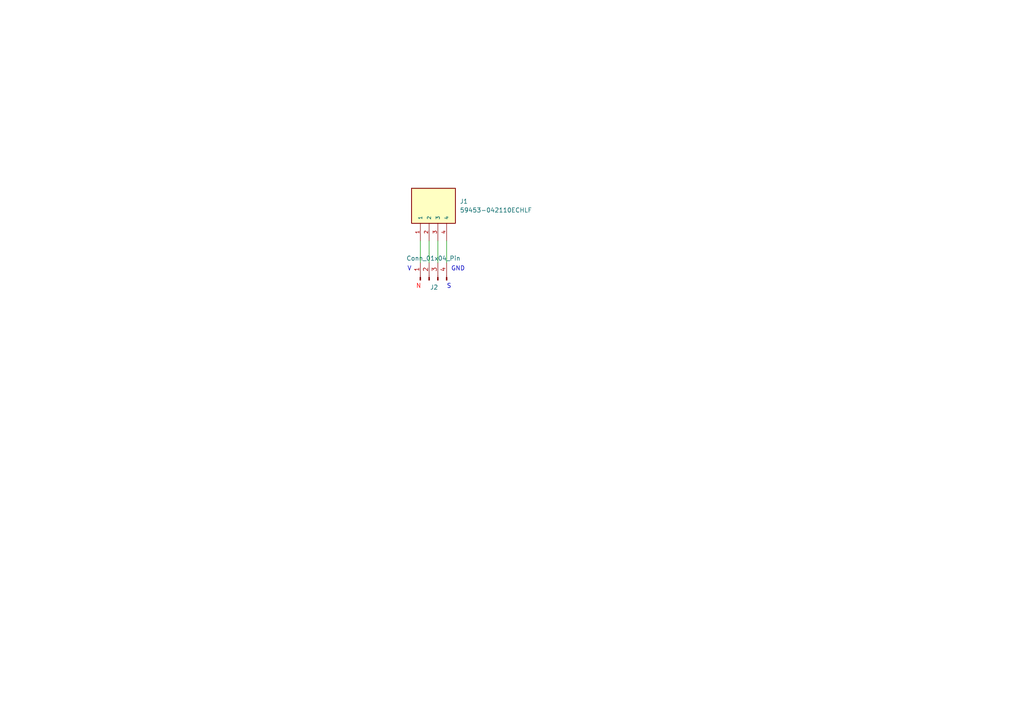
<source format=kicad_sch>
(kicad_sch (version 20230121) (generator eeschema)

  (uuid e2925b64-570f-4017-9c42-691fcefe0c64)

  (paper "A4")

  (title_block
    (title "R.I.O Watch v1")
    (date "2024-06-19")
    (company "Akhilesh Warty")
  )

  (lib_symbols
    (symbol "Connector:59453-042110ECHLF" (pin_names (offset 1.016)) (in_bom yes) (on_board yes)
      (property "Reference" "J" (at -5.08 7.62 0)
        (effects (font (size 1.27 1.27)) (justify left top))
      )
      (property "Value" "59453-042110ECHLF" (at -5.08 -10.16 0)
        (effects (font (size 1.27 1.27)) (justify left bottom))
      )
      (property "Footprint" "Connector:AMPHENOL_59453-042110ECHLF" (at 0 0 0)
        (effects (font (size 1.27 1.27)) (justify bottom) hide)
      )
      (property "Datasheet" "" (at 0 0 0)
        (effects (font (size 1.27 1.27)) hide)
      )
      (property "DigiKey_Part_Number" "609-59453-042110ECHLFTR-ND" (at 0 0 0)
        (effects (font (size 1.27 1.27)) (justify bottom) hide)
      )
      (property "SnapEDA_Link" "https://www.snapeda.com/parts/59453-042110ECHLF/Amphenol/view-part/?ref=snap" (at 0 0 0)
        (effects (font (size 1.27 1.27)) (justify bottom) hide)
      )
      (property "MAXIMUM_PACKAGE_HEIGHT" "3mm" (at 0 0 0)
        (effects (font (size 1.27 1.27)) (justify bottom) hide)
      )
      (property "Package" "None" (at 0 0 0)
        (effects (font (size 1.27 1.27)) (justify bottom) hide)
      )
      (property "Check_prices" "https://www.snapeda.com/parts/59453-042110ECHLF/Amphenol/view-part/?ref=eda" (at 0 0 0)
        (effects (font (size 1.27 1.27)) (justify bottom) hide)
      )
      (property "STANDARD" "Manufacturer Recommendations" (at 0 0 0)
        (effects (font (size 1.27 1.27)) (justify bottom) hide)
      )
      (property "PARTREV" "A" (at 0 0 0)
        (effects (font (size 1.27 1.27)) (justify bottom) hide)
      )
      (property "MF" "AMPHENOL ICC / FCI" (at 0 0 0)
        (effects (font (size 1.27 1.27)) (justify bottom) hide)
      )
      (property "MP" "59453-042110ECHLF" (at 0 0 0)
        (effects (font (size 1.27 1.27)) (justify bottom) hide)
      )
      (property "Description" "\n0.50mm Flex Connectors, FPC/FFC Side Entry ZIF Connector, Surface Mount, 4 Positions, Top Contact, 0.50mm (0.020in) Pitch.\n" (at 0 0 0)
        (effects (font (size 1.27 1.27)) (justify bottom) hide)
      )
      (property "MANUFACTURER" "Amphenol" (at 0 0 0)
        (effects (font (size 1.27 1.27)) (justify bottom) hide)
      )
      (property "SNAPEDA_PN" "59453-042110ECHLF" (at 0 0 0)
        (effects (font (size 1.27 1.27)) (justify bottom) hide)
      )
      (symbol "59453-042110ECHLF_0_0"
        (rectangle (start -5.08 -7.62) (end 5.08 5.08)
          (stroke (width 0.254) (type default))
          (fill (type background))
        )
        (pin passive line (at -10.16 2.54 0) (length 5.08)
          (name "1" (effects (font (size 1.016 1.016))))
          (number "1" (effects (font (size 1.016 1.016))))
        )
        (pin passive line (at -10.16 0 0) (length 5.08)
          (name "2" (effects (font (size 1.016 1.016))))
          (number "2" (effects (font (size 1.016 1.016))))
        )
        (pin passive line (at -10.16 -2.54 0) (length 5.08)
          (name "3" (effects (font (size 1.016 1.016))))
          (number "3" (effects (font (size 1.016 1.016))))
        )
        (pin passive line (at -10.16 -5.08 0) (length 5.08)
          (name "4" (effects (font (size 1.016 1.016))))
          (number "4" (effects (font (size 1.016 1.016))))
        )
      )
    )
    (symbol "Connector:Conn_01x04_Pin" (pin_names (offset 1.016) hide) (in_bom yes) (on_board yes)
      (property "Reference" "J" (at 0 5.08 0)
        (effects (font (size 1.27 1.27)))
      )
      (property "Value" "Conn_01x04_Pin" (at 0 -7.62 0)
        (effects (font (size 1.27 1.27)))
      )
      (property "Footprint" "" (at 0 0 0)
        (effects (font (size 1.27 1.27)) hide)
      )
      (property "Datasheet" "~" (at 0 0 0)
        (effects (font (size 1.27 1.27)) hide)
      )
      (property "ki_locked" "" (at 0 0 0)
        (effects (font (size 1.27 1.27)))
      )
      (property "ki_keywords" "connector" (at 0 0 0)
        (effects (font (size 1.27 1.27)) hide)
      )
      (property "ki_description" "Generic connector, single row, 01x04, script generated" (at 0 0 0)
        (effects (font (size 1.27 1.27)) hide)
      )
      (property "ki_fp_filters" "Connector*:*_1x??_*" (at 0 0 0)
        (effects (font (size 1.27 1.27)) hide)
      )
      (symbol "Conn_01x04_Pin_1_1"
        (polyline
          (pts
            (xy 1.27 -5.08)
            (xy 0.8636 -5.08)
          )
          (stroke (width 0.1524) (type default))
          (fill (type none))
        )
        (polyline
          (pts
            (xy 1.27 -2.54)
            (xy 0.8636 -2.54)
          )
          (stroke (width 0.1524) (type default))
          (fill (type none))
        )
        (polyline
          (pts
            (xy 1.27 0)
            (xy 0.8636 0)
          )
          (stroke (width 0.1524) (type default))
          (fill (type none))
        )
        (polyline
          (pts
            (xy 1.27 2.54)
            (xy 0.8636 2.54)
          )
          (stroke (width 0.1524) (type default))
          (fill (type none))
        )
        (rectangle (start 0.8636 -4.953) (end 0 -5.207)
          (stroke (width 0.1524) (type default))
          (fill (type outline))
        )
        (rectangle (start 0.8636 -2.413) (end 0 -2.667)
          (stroke (width 0.1524) (type default))
          (fill (type outline))
        )
        (rectangle (start 0.8636 0.127) (end 0 -0.127)
          (stroke (width 0.1524) (type default))
          (fill (type outline))
        )
        (rectangle (start 0.8636 2.667) (end 0 2.413)
          (stroke (width 0.1524) (type default))
          (fill (type outline))
        )
        (pin passive line (at 5.08 2.54 180) (length 3.81)
          (name "Pin_1" (effects (font (size 1.27 1.27))))
          (number "1" (effects (font (size 1.27 1.27))))
        )
        (pin passive line (at 5.08 0 180) (length 3.81)
          (name "Pin_2" (effects (font (size 1.27 1.27))))
          (number "2" (effects (font (size 1.27 1.27))))
        )
        (pin passive line (at 5.08 -2.54 180) (length 3.81)
          (name "Pin_3" (effects (font (size 1.27 1.27))))
          (number "3" (effects (font (size 1.27 1.27))))
        )
        (pin passive line (at 5.08 -5.08 180) (length 3.81)
          (name "Pin_4" (effects (font (size 1.27 1.27))))
          (number "4" (effects (font (size 1.27 1.27))))
        )
      )
    )
  )


  (wire (pts (xy 129.54 69.85) (xy 129.54 76.2))
    (stroke (width 0) (type default))
    (uuid 0230b760-dec6-4f4f-99ee-b9790f8801be)
  )
  (wire (pts (xy 121.92 69.85) (xy 121.92 76.2))
    (stroke (width 0) (type default))
    (uuid 0731145a-b8e1-4ddc-b7ba-7b7f56f5fa01)
  )
  (wire (pts (xy 127 69.85) (xy 127 76.2))
    (stroke (width 0) (type default))
    (uuid 378bda33-451f-4ab2-ae84-f4af1dc1ca80)
  )
  (wire (pts (xy 124.46 69.85) (xy 124.46 76.2))
    (stroke (width 0) (type default))
    (uuid a4bdc368-daa9-46a7-b0ac-f42eb3b4329a)
  )

  (text "S" (at 129.54 83.82 0)
    (effects (font (size 1.27 1.27)) (justify left bottom))
    (uuid 3c52be7a-8dcf-4e41-b1cf-a4ae08f5062a)
  )
  (text "N" (at 120.65 83.82 0)
    (effects (font (size 1.27 1.27) (color 255 0 0 1)) (justify left bottom))
    (uuid 3e2b8d29-06e1-43bc-a3d4-0fd2ee424586)
  )
  (text "V" (at 118.11 78.74 0)
    (effects (font (size 1.27 1.27)) (justify left bottom))
    (uuid 465eaa5a-93cc-4928-abbe-31dc2ec63286)
  )
  (text "GND" (at 130.81 78.74 0)
    (effects (font (size 1.27 1.27)) (justify left bottom))
    (uuid e8a63ccc-40d9-4495-8205-0adc1e42b46c)
  )

  (symbol (lib_id "Connector:Conn_01x04_Pin") (at 124.46 81.28 90) (unit 1)
    (in_bom yes) (on_board yes) (dnp no)
    (uuid 6cf5ece0-66ff-44cd-bd50-acc447bdcb5c)
    (property "Reference" "J2" (at 125.9074 83.3304 90)
      (effects (font (size 1.27 1.27)))
    )
    (property "Value" "Conn_01x04_Pin" (at 125.73 74.93 90)
      (effects (font (size 1.27 1.27)))
    )
    (property "Footprint" "Connector_PinHeader_1.00mm:PinHeader_1x04_P1.00mm_Vertical" (at 124.46 81.28 0)
      (effects (font (size 1.27 1.27)) hide)
    )
    (property "Datasheet" "~" (at 124.46 81.28 0)
      (effects (font (size 1.27 1.27)) hide)
    )
    (pin "1" (uuid 82f7c492-b3e9-4df0-a53e-6030cb00b533))
    (pin "4" (uuid 7821e18c-5ad7-4107-beb3-a3cd9886b7db))
    (pin "2" (uuid a4317279-a295-42f3-ad26-4a047aea8aa4))
    (pin "3" (uuid 9018ea2c-ceac-4b37-a6ce-45aaa6ff1f3f))
    (instances
      (project "Watch_Connector_V1"
        (path "/e2925b64-570f-4017-9c42-691fcefe0c64"
          (reference "J2") (unit 1)
        )
      )
    )
  )

  (symbol (lib_id "Connector:59453-042110ECHLF") (at 124.46 59.69 90) (unit 1)
    (in_bom yes) (on_board yes) (dnp no) (fields_autoplaced)
    (uuid 7715717a-285d-4824-aa92-a4cb2f7f0862)
    (property "Reference" "J1" (at 133.35 58.42 90)
      (effects (font (size 1.27 1.27)) (justify right))
    )
    (property "Value" "59453-042110ECHLF" (at 133.35 60.96 90)
      (effects (font (size 1.27 1.27)) (justify right))
    )
    (property "Footprint" "Connector:AMPHENOL_59453-042110ECHLF" (at 124.46 59.69 0)
      (effects (font (size 1.27 1.27)) (justify bottom) hide)
    )
    (property "Datasheet" "" (at 124.46 59.69 0)
      (effects (font (size 1.27 1.27)) hide)
    )
    (property "DigiKey_Part_Number" "609-59453-042110ECHLFTR-ND" (at 124.46 59.69 0)
      (effects (font (size 1.27 1.27)) (justify bottom) hide)
    )
    (property "SnapEDA_Link" "https://www.snapeda.com/parts/59453-042110ECHLF/Amphenol/view-part/?ref=snap" (at 124.46 59.69 0)
      (effects (font (size 1.27 1.27)) (justify bottom) hide)
    )
    (property "MAXIMUM_PACKAGE_HEIGHT" "3mm" (at 124.46 59.69 0)
      (effects (font (size 1.27 1.27)) (justify bottom) hide)
    )
    (property "Package" "None" (at 124.46 59.69 0)
      (effects (font (size 1.27 1.27)) (justify bottom) hide)
    )
    (property "Check_prices" "https://www.snapeda.com/parts/59453-042110ECHLF/Amphenol/view-part/?ref=eda" (at 124.46 59.69 0)
      (effects (font (size 1.27 1.27)) (justify bottom) hide)
    )
    (property "STANDARD" "Manufacturer Recommendations" (at 124.46 59.69 0)
      (effects (font (size 1.27 1.27)) (justify bottom) hide)
    )
    (property "PARTREV" "A" (at 124.46 59.69 0)
      (effects (font (size 1.27 1.27)) (justify bottom) hide)
    )
    (property "MF" "AMPHENOL ICC / FCI" (at 124.46 59.69 0)
      (effects (font (size 1.27 1.27)) (justify bottom) hide)
    )
    (property "MP" "59453-042110ECHLF" (at 124.46 59.69 0)
      (effects (font (size 1.27 1.27)) (justify bottom) hide)
    )
    (property "Description" "\n0.50mm Flex Connectors, FPC/FFC Side Entry ZIF Connector, Surface Mount, 4 Positions, Top Contact, 0.50mm (0.020in) Pitch.\n" (at 124.46 59.69 0)
      (effects (font (size 1.27 1.27)) (justify bottom) hide)
    )
    (property "MANUFACTURER" "Amphenol" (at 124.46 59.69 0)
      (effects (font (size 1.27 1.27)) (justify bottom) hide)
    )
    (property "SNAPEDA_PN" "59453-042110ECHLF" (at 124.46 59.69 0)
      (effects (font (size 1.27 1.27)) (justify bottom) hide)
    )
    (pin "3" (uuid fd6c494b-ac39-4da8-8432-aa68c6cf3b30))
    (pin "1" (uuid 4d1e542c-073e-45d1-b9c8-456c0ab248f3))
    (pin "4" (uuid 0111543b-e2dd-41c8-89e0-6680f833b4c7))
    (pin "2" (uuid 01a82d56-9b59-475e-bf10-5d9227b21022))
    (instances
      (project "Watch_Connector_V1"
        (path "/e2925b64-570f-4017-9c42-691fcefe0c64"
          (reference "J1") (unit 1)
        )
      )
    )
  )

  (sheet_instances
    (path "/" (page "1"))
  )
)

</source>
